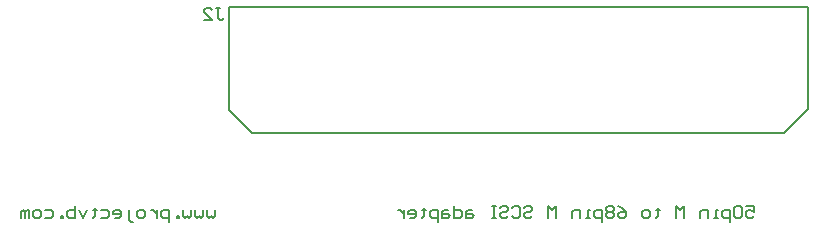
<source format=gbo>
G04*
G04 #@! TF.GenerationSoftware,Altium Limited,Altium Designer,20.2.6 (244)*
G04*
G04 Layer_Color=32896*
%FSAX24Y24*%
%MOIN*%
G70*
G04*
G04 #@! TF.SameCoordinates,CB3CE92A-2C73-40AF-8568-92EE87018610*
G04*
G04*
G04 #@! TF.FilePolarity,Positive*
G04*
G01*
G75*
%ADD10C,0.0079*%
%ADD11C,0.0080*%
D10*
X271739Y130515D02*
X272539Y131315D01*
X253989Y130515D02*
X271739D01*
X272539Y131315D02*
Y134715D01*
X253239Y131265D02*
X253989Y130515D01*
X253239Y131265D02*
X253239Y134715D01*
X272539Y134715D01*
D11*
X270472Y128065D02*
X270739D01*
Y127865D01*
X270606Y127932D01*
X270539D01*
X270472Y127865D01*
Y127732D01*
X270539Y127665D01*
X270672D01*
X270739Y127732D01*
X270339Y127998D02*
X270273Y128065D01*
X270139D01*
X270073Y127998D01*
Y127732D01*
X270139Y127665D01*
X270273D01*
X270339Y127732D01*
Y127998D01*
X269939Y127532D02*
Y127932D01*
X269739D01*
X269673Y127865D01*
Y127732D01*
X269739Y127665D01*
X269939D01*
X269539D02*
X269406D01*
X269473D01*
Y127932D01*
X269539D01*
X269206Y127665D02*
Y127932D01*
X269006D01*
X268940Y127865D01*
Y127665D01*
X268406D02*
Y128065D01*
X268273Y127932D01*
X268140Y128065D01*
Y127665D01*
X267540Y127998D02*
Y127932D01*
X267607D01*
X267473D01*
X267540D01*
Y127732D01*
X267473Y127665D01*
X267207D02*
X267074D01*
X267007Y127732D01*
Y127865D01*
X267074Y127932D01*
X267207D01*
X267274Y127865D01*
Y127732D01*
X267207Y127665D01*
X266207Y128065D02*
X266340Y127998D01*
X266474Y127865D01*
Y127732D01*
X266407Y127665D01*
X266274D01*
X266207Y127732D01*
Y127798D01*
X266274Y127865D01*
X266474D01*
X266074Y127998D02*
X266007Y128065D01*
X265874D01*
X265807Y127998D01*
Y127932D01*
X265874Y127865D01*
X265807Y127798D01*
Y127732D01*
X265874Y127665D01*
X266007D01*
X266074Y127732D01*
Y127798D01*
X266007Y127865D01*
X266074Y127932D01*
Y127998D01*
X266007Y127865D02*
X265874D01*
X265674Y127532D02*
Y127932D01*
X265474D01*
X265407Y127865D01*
Y127732D01*
X265474Y127665D01*
X265674D01*
X265274D02*
X265141D01*
X265208D01*
Y127932D01*
X265274D01*
X264941Y127665D02*
Y127932D01*
X264741D01*
X264674Y127865D01*
Y127665D01*
X264141D02*
Y128065D01*
X264008Y127932D01*
X263875Y128065D01*
Y127665D01*
X263075Y127998D02*
X263142Y128065D01*
X263275D01*
X263341Y127998D01*
Y127932D01*
X263275Y127865D01*
X263142D01*
X263075Y127798D01*
Y127732D01*
X263142Y127665D01*
X263275D01*
X263341Y127732D01*
X262675Y127998D02*
X262742Y128065D01*
X262875D01*
X262942Y127998D01*
Y127732D01*
X262875Y127665D01*
X262742D01*
X262675Y127732D01*
X262275Y127998D02*
X262342Y128065D01*
X262475D01*
X262542Y127998D01*
Y127932D01*
X262475Y127865D01*
X262342D01*
X262275Y127798D01*
Y127732D01*
X262342Y127665D01*
X262475D01*
X262542Y127732D01*
X262142Y128065D02*
X262009D01*
X262075D01*
Y127665D01*
X262142D01*
X262009D01*
X261342Y127932D02*
X261209D01*
X261142Y127865D01*
Y127665D01*
X261342D01*
X261409Y127732D01*
X261342Y127798D01*
X261142D01*
X260742Y128065D02*
Y127665D01*
X260942D01*
X261009Y127732D01*
Y127865D01*
X260942Y127932D01*
X260742D01*
X260542D02*
X260409D01*
X260342Y127865D01*
Y127665D01*
X260542D01*
X260609Y127732D01*
X260542Y127798D01*
X260342D01*
X260209Y127532D02*
Y127932D01*
X260009D01*
X259943Y127865D01*
Y127732D01*
X260009Y127665D01*
X260209D01*
X259743Y127998D02*
Y127932D01*
X259809D01*
X259676D01*
X259743D01*
Y127732D01*
X259676Y127665D01*
X259276D02*
X259409D01*
X259476Y127732D01*
Y127865D01*
X259409Y127932D01*
X259276D01*
X259209Y127865D01*
Y127798D01*
X259476D01*
X259076Y127932D02*
Y127665D01*
Y127798D01*
X259010Y127865D01*
X258943Y127932D01*
X258876D01*
X252756D02*
Y127732D01*
X252690Y127665D01*
X252623Y127732D01*
X252557Y127665D01*
X252490Y127732D01*
Y127932D01*
X252357D02*
Y127732D01*
X252290Y127665D01*
X252223Y127732D01*
X252157Y127665D01*
X252090Y127732D01*
Y127932D01*
X251957D02*
Y127732D01*
X251890Y127665D01*
X251823Y127732D01*
X251757Y127665D01*
X251690Y127732D01*
Y127932D01*
X251557Y127665D02*
Y127732D01*
X251490D01*
Y127665D01*
X251557D01*
X251224Y127532D02*
Y127932D01*
X251024D01*
X250957Y127865D01*
Y127732D01*
X251024Y127665D01*
X251224D01*
X250824Y127932D02*
Y127665D01*
Y127798D01*
X250757Y127865D01*
X250690Y127932D01*
X250624D01*
X250357Y127665D02*
X250224D01*
X250157Y127732D01*
Y127865D01*
X250224Y127932D01*
X250357D01*
X250424Y127865D01*
Y127732D01*
X250357Y127665D01*
X250024Y127532D02*
X249957D01*
X249891Y127598D01*
Y127932D01*
X249424Y127665D02*
X249558D01*
X249624Y127732D01*
Y127865D01*
X249558Y127932D01*
X249424D01*
X249358Y127865D01*
Y127798D01*
X249624D01*
X248958Y127932D02*
X249158D01*
X249224Y127865D01*
Y127732D01*
X249158Y127665D01*
X248958D01*
X248758Y127998D02*
Y127932D01*
X248824D01*
X248691D01*
X248758D01*
Y127732D01*
X248691Y127665D01*
X248491Y127932D02*
X248358Y127665D01*
X248225Y127932D01*
X248091Y128065D02*
Y127665D01*
X247891D01*
X247825Y127732D01*
Y127798D01*
Y127865D01*
X247891Y127932D01*
X248091D01*
X247691Y127665D02*
Y127732D01*
X247625D01*
Y127665D01*
X247691D01*
X247092Y127932D02*
X247292D01*
X247358Y127865D01*
Y127732D01*
X247292Y127665D01*
X247092D01*
X246892D02*
X246758D01*
X246692Y127732D01*
Y127865D01*
X246758Y127932D01*
X246892D01*
X246958Y127865D01*
Y127732D01*
X246892Y127665D01*
X246558D02*
Y127932D01*
X246492D01*
X246425Y127865D01*
Y127665D01*
Y127865D01*
X246359Y127932D01*
X246292Y127865D01*
Y127665D01*
X252806Y134665D02*
X252939D01*
X252872D01*
Y134332D01*
X252939Y134265D01*
X253006D01*
X253072Y134332D01*
X252406Y134265D02*
X252672D01*
X252406Y134532D01*
Y134598D01*
X252472Y134665D01*
X252606D01*
X252672Y134598D01*
M02*

</source>
